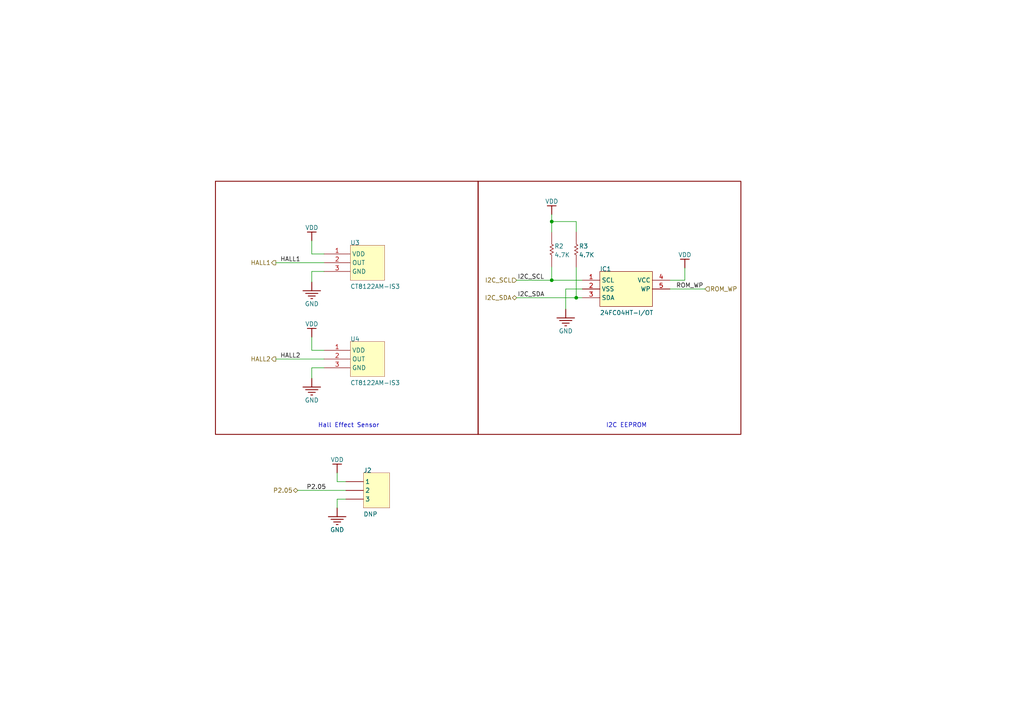
<source format=kicad_sch>
(kicad_sch (version 20250114) (generator "eeschema") (generator_version "9.0")
  (paper "A4")
  (lib_symbols
    (symbol "Hydrosmart_OTHER-altium-import:GND_POWER_GROUND" (power)
      (property "Value" "GND" (at 0 -6.35 0))
      (symbol "GND_POWER_GROUND_0_0"
        (polyline (pts (xy -2.54 -2.54) (xy 2.54 -2.54)) (stroke (width 0.254)))
        (polyline (pts (xy -1.778 -3.302) (xy 1.778 -3.302)) (stroke (width 0.254)))
        (polyline (pts (xy -1.016 -4.064) (xy 1.016 -4.064)) (stroke (width 0.254)))
        (polyline (pts (xy -0.254 -4.826) (xy 0.254 -4.826)) (stroke (width 0.254)))
        (polyline (pts (xy 0 0) (xy 0 -2.54)) (stroke (width 0.254)))
        (pin power_in line (at 0 0 0) (length 0) (hide yes) (name "GND") (number ""))
      )
    )
    (symbol "Hydrosmart_OTHER-altium-import:VDD_BAR" (power)
      (property "Value" "VDD" (at 0 -3.81 0))
      (symbol "VDD_BAR_0_0"
        (polyline (pts (xy -1.27 -2.54) (xy 1.27 -2.54)) (stroke (width 0.254)))
        (polyline (pts (xy 0 0) (xy 0 -2.54)) (stroke (width 0.254)))
        (pin power_in line (at 0 0 0) (length 0) (hide yes) (name "VDD") (number ""))
      )
    )
    (symbol "Hydrosmart_OTHER-altium-import:root_0_24FC04T-I_OT_*"
      (symbol "root_0_24FC04T-I_OT_*_1_0"
        (rectangle (start 20.32 2.54) (end 5.08 -7.62) (stroke (width 0) (color 128 0 0 1)) (fill (type background)))
        (pin passive line (at 0 0 0) (length 5.08) (name "SCL") (number "1"))
        (pin passive line (at 0 -2.54 0) (length 5.08) (name "VSS") (number "2"))
        (pin passive line (at 0 -5.08 0) (length 5.08) (name "SDA") (number "3"))
        (pin passive line (at 25.4 0 180) (length 5.08) (name "VCC") (number "4"))
        (pin passive line (at 25.4 -2.54 180) (length 5.08) (name "WP") (number "5"))
      )
    )
    (symbol "Hydrosmart_OTHER-altium-import:root_0_CT8122AM-IS3-Symbol-1_Ubihere"
      (symbol "root_0_CT8122AM-IS3-Symbol-1_Ubihere_1_0"
        (rectangle (start 17.602 2.54) (end 7.62 -7.62) (stroke (width 0.0254) (color 128 0 0 1)) (fill (type background)))
        (pin power_in line (at 0 0 0) (length 7.62) (name "VDD") (number "1"))
        (pin output line (at 0 -2.54 0) (length 7.62) (name "OUT") (number "2"))
        (pin power_in line (at 0 -5.08 0) (length 7.62) (name "GND") (number "3"))
      )
    )
    (symbol "Hydrosmart_OTHER-altium-import:root_0_Header 3_Miscellaneous Connectors.IntLib" (pin_numbers (hide yes))
      (symbol "root_0_Header 3_Miscellaneous Connectors.IntLib_1_0"
        (rectangle (start 7.62 0) (end 0 -10.16) (stroke (width 0.0254) (color 128 0 0 1)) (fill (type background)))
        (pin passive line (at -5.08 -2.54 0) (length 5.08) (name "1") (number "1"))
        (pin passive line (at -5.08 -5.08 0) (length 5.08) (name "2") (number "2"))
        (pin passive line (at -5.08 -7.62 0) (length 5.08) (name "3") (number "3"))
      )
    )
    (symbol "Hydrosmart_OTHER-altium-import:root_1_RES_Altium Content Vault_0" (pin_numbers (hide yes)) (pin_names (hide yes))
      (symbol "root_1_RES_Altium Content Vault_0_1_0"
        (polyline (pts (xy 2.54 5.08) (xy 2.54 4.064) (xy 3.048 3.81) (xy 2.032 3.302) (xy 3.048 2.794) (xy 2.032 2.286) (xy 3.048 1.778) (xy 2.032 1.27) (xy 2.54 1.016) (xy 2.54 0)))
        (pin passive line (at 2.54 7.62 270) (length 2.54) (name "2") (number "2"))
        (pin passive line (at 2.54 -2.54 90) (length 2.54) (name "1") (number "1"))
      )
    )
  )
  (rectangle (start 138.684 52.578) (end 62.484 125.984) (stroke (width 0.254) (color 128 0 0 1)))
  (rectangle (start 214.884 52.578) (end 138.684 125.984) (stroke (width 0.254) (color 128 0 0 1)))
  (text "I2C EEPROM" (at 175.768 124.206 0) (effects (font (size 1.27 1.27)) (justify left bottom)))
  (text "Hall Effect Sensor" (at 92.202 124.206 0) (effects (font (size 1.27 1.27)) (justify left bottom)))
  (junction (at 167.132 86.36))
  (junction (at 160.02 81.28))
  (junction (at 160.02 64.262))
  (wire (pts (xy 86.36 142.24) (xy 100.33 142.24)))
  (wire (pts (xy 93.98 106.68) (xy 90.424 106.68)))
  (wire (pts (xy 97.79 139.7) (xy 97.79 137.16)))
  (wire (pts (xy 160.02 77.47) (xy 160.02 81.28)))
  (wire (pts (xy 90.424 78.74) (xy 90.424 81.788)))
  (wire (pts (xy 194.31 83.82) (xy 204.47 83.82)))
  (wire (pts (xy 90.424 101.6) (xy 90.424 97.79)))
  (wire (pts (xy 90.424 106.68) (xy 90.424 109.728)))
  (wire (pts (xy 168.91 81.28) (xy 160.02 81.28)))
  (wire (pts (xy 164.084 89.662) (xy 164.084 83.82)))
  (wire (pts (xy 149.86 81.28) (xy 160.02 81.28)))
  (wire (pts (xy 100.33 139.7) (xy 97.79 139.7)))
  (wire (pts (xy 97.79 144.78) (xy 97.79 147.32)))
  (wire (pts (xy 160.02 64.262) (xy 160.02 62.23)))
  (wire (pts (xy 160.02 67.31) (xy 160.02 64.262)))
  (wire (pts (xy 93.98 78.74) (xy 90.424 78.74)))
  (wire (pts (xy 164.084 83.82) (xy 168.91 83.82)))
  (wire (pts (xy 149.86 86.36) (xy 167.132 86.36)))
  (wire (pts (xy 90.424 73.66) (xy 90.424 69.85)))
  (wire (pts (xy 198.628 77.724) (xy 198.628 81.28)))
  (wire (pts (xy 100.33 144.78) (xy 97.79 144.78)))
  (wire (pts (xy 93.98 73.66) (xy 90.424 73.66)))
  (wire (pts (xy 93.98 104.14) (xy 80.01 104.14)))
  (wire (pts (xy 167.132 77.47) (xy 167.132 86.36)))
  (wire (pts (xy 198.628 81.28) (xy 194.31 81.28)))
  (wire (pts (xy 93.98 101.6) (xy 90.424 101.6)))
  (wire (pts (xy 167.132 64.262) (xy 160.02 64.262)))
  (wire (pts (xy 168.91 86.36) (xy 167.132 86.36)))
  (wire (pts (xy 167.132 67.31) (xy 167.132 64.262)))
  (wire (pts (xy 93.98 76.2) (xy 80.01 76.2)))
  (label "HALL2" (at 81.28 104.14 0))
  (label "I2C_SCL" (at 150.114 81.28 0))
  (label "P2.05" (at 88.9 142.24 0))
  (label "I2C_SDA" (at 150.114 86.36 0))
  (label "HALL1" (at 81.28 76.2 0))
  (label "ROM_WP" (at 196.088 83.82 0))
  (hierarchical_label "P2.05" (shape bidirectional) (at 86.36 142.24 180))
  (hierarchical_label "HALL2" (shape output) (at 80.01 104.14 180))
  (hierarchical_label "I2C_SCL" (shape input) (at 149.86 81.28 180))
  (hierarchical_label "I2C_SDA" (shape bidirectional) (at 149.86 86.36 180))
  (hierarchical_label "ROM_WP" (shape input) (at 204.47 83.82 0))
  (hierarchical_label "HALL1" (shape output) (at 80.01 76.2 180))
  (symbol (lib_id "Hydrosmart_OTHER-altium-import:GND_POWER_GROUND") (at 90.424 81.788 0) (unit 1)
    (property "Reference" "#PWR015" (effects (hide yes)))
    (property "Value" "GND" (at 90.424 88.138 0))
  )
  (symbol (lib_id "Hydrosmart_OTHER-altium-import:GND_POWER_GROUND") (at 90.424 109.728 0) (unit 1)
    (property "Reference" "#PWR017" (effects (hide yes)))
    (property "Value" "GND" (at 90.424 116.078 0))
  )
  (symbol (lib_id "Hydrosmart_OTHER-altium-import:root_1_RES_Altium Content Vault_0") (at 157.48 74.93 0) (unit 1)
    (property "Reference" "R2" (at 160.782 72.136 0) (effects (justify left bottom)))
    (property "Value" "${ALTIUM_VALUE}" (at 160.782 74.676 0) (effects (justify left bottom)))
    (property "Footprint" "HydSmart_VA:R0402" (effects (hide yes)))
    (property "Description" "RES SMD 4.7K OHM 1% 1/10W 0402" (effects (hide yes)))
    (property "ALTIUM_VALUE" "4.7K" (effects (hide yes)))
    (property "MANUFACTURER_NAME" "Panasonic Electronic Components" (effects (hide yes)))
    (property "MANUFACTURER_PART_NUMBER" "ERJ-2RKF4701X" (effects (hide yes)))
  )
  (symbol (lib_id "Hydrosmart_OTHER-altium-import:root_1_RES_Altium Content Vault_0") (at 164.592 74.93 0) (unit 1)
    (property "Reference" "R3" (at 167.894 72.136 0) (effects (justify left bottom)))
    (property "Value" "${ALTIUM_VALUE}" (at 167.894 74.676 0) (effects (justify left bottom)))
    (property "Footprint" "HydSmart_VA:R0402" (effects (hide yes)))
    (property "Description" "RES SMD 4.7K OHM 1% 1/10W 0402" (effects (hide yes)))
    (property "ALTIUM_VALUE" "4.7K" (effects (hide yes)))
    (property "MANUFACTURER_NAME" "Panasonic Electronic Components" (effects (hide yes)))
    (property "MANUFACTURER_PART_NUMBER" "ERJ-2RKF4701X" (effects (hide yes)))
  )
  (symbol (lib_id "Hydrosmart_OTHER-altium-import:GND_POWER_GROUND") (at 97.79 147.32 0) (unit 1)
    (property "Reference" "#PWR019" (effects (hide yes)))
    (property "Value" "GND" (at 97.79 153.67 0))
  )
  (symbol (lib_id "Hydrosmart_OTHER-altium-import:VDD_BAR") (at 198.628 77.724 180) (unit 1)
    (property "Reference" "#PWR022" (effects (hide yes)))
    (property "Value" "VDD" (at 198.628 73.914 0))
  )
  (symbol (lib_id "Hydrosmart_OTHER-altium-import:VDD_BAR") (at 90.424 97.79 180) (unit 1)
    (property "Reference" "#PWR016" (effects (hide yes)))
    (property "Value" "VDD" (at 90.424 93.98 0))
  )
  (symbol (lib_id "Hydrosmart_OTHER-altium-import:root_0_24FC04T-I_OT_*") (at 168.91 81.28 0) (unit 1)
    (property "Reference" "IC1" (at 173.99 78.74 0) (effects (justify left bottom)))
    (property "Value" "24FC04HT-I/OT" (at 173.99 91.44 0) (effects (justify left bottom)))
    (property "Footprint" "HydSmart_VA:SOT23-5" (effects (hide yes)))
    (property "Description" "IC EEPROM 4KBIT I2C 1MHZ SOT23-5" (effects (hide yes)))
    (property "DATASHEET LINK" "https://ww1.microchip.com/downloads/en/DeviceDoc/24AA04H-24LC04BH-24FC04H-4K-I2C-Serial-EEPROM-With-Half-Array-Write-Protect-20002119C.pdf" (effects (hide yes)))
    (property "HEIGHT" "1.45mm" (effects (hide yes)))
    (property "MANUFACTURER_NAME" "Microchip" (effects (hide yes)))
    (property "MANUFACTURER_PART_NUMBER" "24FC04HT-I/OT" (effects (hide yes)))
    (property "DIGIKEY PART NUMBER" "24FC04HT-I/OTCT-ND" (effects (hide yes)))
  )
  (symbol (lib_id "Hydrosmart_OTHER-altium-import:root_0_CT8122AM-IS3-Symbol-1_Ubihere") (at 93.98 101.6 0) (unit 1)
    (property "Reference" "U4" (at 101.6 99.06 0) (effects (justify left bottom)))
    (property "Value" "CT8122AM-IS3" (at 101.6 111.76 0) (effects (justify left bottom)))
    (property "Footprint" "HydSmart_VA:SOT95P280X135-3L" (effects (hide yes)))
    (property "Description" "Integrated Bipolar TMR Digital Latch" (effects (hide yes)))
    (property "CASE/PACKAGE" "SOT23" (effects (hide yes)))
    (property "MIN OPERATING TEMPERATURE" "-40°C" (effects (hide yes)))
    (property "MAX OPERATING TEMPERATURE" "85°C" (effects (hide yes)))
    (property "SENSOR TYPE" "TMR" (effects (hide yes)))
    (property "MAX SUPPLY VOLTAGE" "5.5V" (effects (hide yes)))
    (property "MIN SUPPLY VOLTAGE" "1.7V" (effects (hide yes)))
    (property "MANUFACTURER_NAME" "Allegro MicroSystems" (effects (hide yes)))
    (property "MANUFACTURER_PART_NUMBER" "CT8122AM-IS3" (effects (hide yes)))
  )
  (symbol (lib_id "Hydrosmart_OTHER-altium-import:VDD_BAR") (at 97.79 137.16 180) (unit 1)
    (property "Reference" "#PWR018" (effects (hide yes)))
    (property "Value" "VDD" (at 97.79 133.35 0))
  )
  (symbol (lib_id "Hydrosmart_OTHER-altium-import:VDD_BAR") (at 90.424 69.85 180) (unit 1)
    (property "Reference" "#PWR014" (effects (hide yes)))
    (property "Value" "VDD" (at 90.424 66.04 0))
  )
  (symbol (lib_id "Hydrosmart_OTHER-altium-import:root_0_CT8122AM-IS3-Symbol-1_Ubihere") (at 93.98 73.66 0) (unit 1)
    (property "Reference" "U3" (at 101.6 71.12 0) (effects (justify left bottom)))
    (property "Value" "CT8122AM-IS3" (at 101.6 83.82 0) (effects (justify left bottom)))
    (property "Footprint" "HydSmart_VA:SOT95P280X135-3L" (effects (hide yes)))
    (property "Description" "Integrated Bipolar TMR Digital Latch" (effects (hide yes)))
    (property "CASE/PACKAGE" "SOT23" (effects (hide yes)))
    (property "MIN OPERATING TEMPERATURE" "-40°C" (effects (hide yes)))
    (property "MAX OPERATING TEMPERATURE" "85°C" (effects (hide yes)))
    (property "SENSOR TYPE" "TMR" (effects (hide yes)))
    (property "MAX SUPPLY VOLTAGE" "5.5V" (effects (hide yes)))
    (property "MIN SUPPLY VOLTAGE" "1.7V" (effects (hide yes)))
    (property "MANUFACTURER_NAME" "Allegro MicroSystems" (effects (hide yes)))
    (property "MANUFACTURER_PART_NUMBER" "CT8122AM-IS3" (effects (hide yes)))
  )
  (symbol (lib_id "Hydrosmart_OTHER-altium-import:GND_POWER_GROUND") (at 164.084 89.662 0) (unit 1)
    (property "Reference" "#PWR020" (effects (hide yes)))
    (property "Value" "GND" (at 164.084 96.012 0))
  )
  (symbol (lib_id "Hydrosmart_OTHER-altium-import:root_0_Header 3_Miscellaneous Connectors.IntLib") (at 105.41 137.16 0) (unit 1)
    (property "Reference" "J2" (at 105.41 137.16 0) (effects (justify left bottom)))
    (property "Value" "DNP" (at 105.41 149.86 0) (effects (justify left bottom)))
    (property "Footprint" "HydSmart_VA:HDR1X3" (effects (hide yes)))
    (property "Description" "DNP" (effects (hide yes)))
  )
  (symbol (lib_id "Hydrosmart_OTHER-altium-import:VDD_BAR") (at 160.02 62.23 180) (unit 1)
    (property "Reference" "#PWR021" (effects (hide yes)))
    (property "Value" "VDD" (at 160.02 58.42 0))
  )
)
</source>
